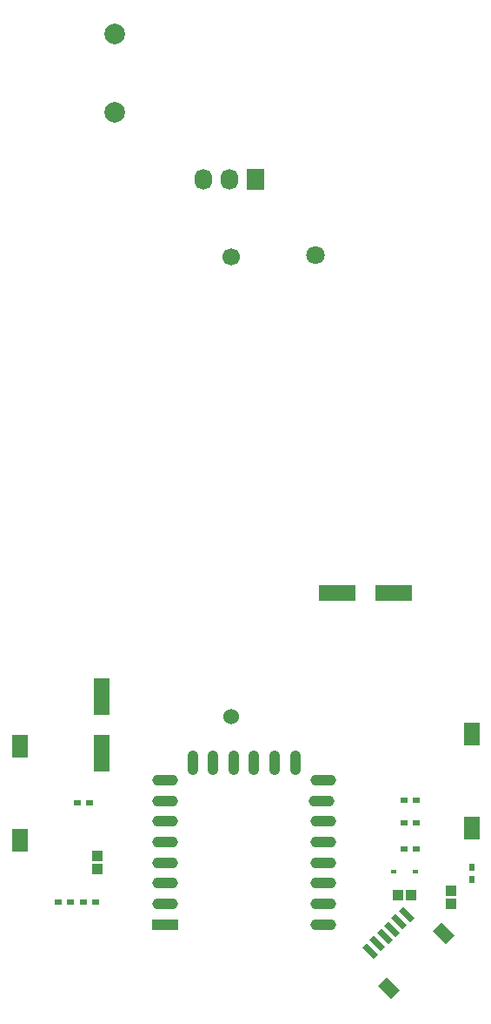
<source format=gbr>
G04 #@! TF.FileFunction,Soldermask,Bot*
%FSLAX46Y46*%
G04 Gerber Fmt 4.6, Leading zero omitted, Abs format (unit mm)*
G04 Created by KiCad (PCBNEW 4.0.4-stable) date 12/07/16 00:33:37*
%MOMM*%
%LPD*%
G01*
G04 APERTURE LIST*
%ADD10C,0.100000*%
%ADD11C,1.700000*%
%ADD12C,1.524000*%
%ADD13C,2.000000*%
%ADD14R,1.600200X3.599180*%
%ADD15R,3.599180X1.600200*%
%ADD16R,0.700000X0.600000*%
%ADD17R,0.590000X0.450000*%
%ADD18R,1.000000X1.000000*%
%ADD19R,1.727200X2.032000*%
%ADD20O,1.727200X2.032000*%
%ADD21R,0.600000X0.700000*%
%ADD22R,1.600000X2.180000*%
%ADD23R,2.500000X1.100000*%
%ADD24O,2.500000X1.100000*%
%ADD25O,1.100000X2.400000*%
%ADD26C,1.800000*%
G04 APERTURE END LIST*
D10*
D11*
X204350000Y-110825000D03*
D12*
X204350000Y-155525000D03*
D13*
X192950000Y-89150000D03*
X192950000Y-96749680D03*
D14*
X191750000Y-159050820D03*
X191750000Y-153549180D03*
D15*
X214699180Y-143475000D03*
X220200820Y-143475000D03*
D16*
X191100000Y-173575000D03*
X189900000Y-173575000D03*
D17*
X222280000Y-170600000D03*
X220170000Y-170600000D03*
D18*
X225775000Y-172425000D03*
X225775000Y-173725000D03*
X220575000Y-172875000D03*
X221875000Y-172875000D03*
D19*
X206730000Y-103225000D03*
D20*
X204190000Y-103225000D03*
X201650000Y-103225000D03*
D10*
G36*
X221061872Y-173952074D02*
X222157888Y-175048090D01*
X221733624Y-175472354D01*
X220637608Y-174376338D01*
X221061872Y-173952074D01*
X221061872Y-173952074D01*
G37*
G36*
X220354765Y-174659180D02*
X221450781Y-175755196D01*
X221026517Y-176179460D01*
X219930501Y-175083444D01*
X220354765Y-174659180D01*
X220354765Y-174659180D01*
G37*
G36*
X219647658Y-175366287D02*
X220743674Y-176462303D01*
X220319410Y-176886567D01*
X219223394Y-175790551D01*
X219647658Y-175366287D01*
X219647658Y-175366287D01*
G37*
G36*
X218940551Y-176073394D02*
X220036567Y-177169410D01*
X219612303Y-177593674D01*
X218516287Y-176497658D01*
X218940551Y-176073394D01*
X218940551Y-176073394D01*
G37*
G36*
X218233444Y-176780501D02*
X219329460Y-177876517D01*
X218905196Y-178300781D01*
X217809180Y-177204765D01*
X218233444Y-176780501D01*
X218233444Y-176780501D01*
G37*
G36*
X217526338Y-177487608D02*
X218622354Y-178583624D01*
X218198090Y-179007888D01*
X217102074Y-177911872D01*
X217526338Y-177487608D01*
X217526338Y-177487608D01*
G37*
G36*
X224844893Y-175472354D02*
X226117685Y-176745146D01*
X225269157Y-177593674D01*
X223996365Y-176320882D01*
X224844893Y-175472354D01*
X224844893Y-175472354D01*
G37*
G36*
X219470882Y-180846365D02*
X220743674Y-182119157D01*
X219895146Y-182967685D01*
X218622354Y-181694893D01*
X219470882Y-180846365D01*
X219470882Y-180846365D01*
G37*
D16*
X189300000Y-163925000D03*
X190500000Y-163925000D03*
X221150000Y-165825000D03*
X222350000Y-165825000D03*
X221150000Y-163650000D03*
X222350000Y-163650000D03*
D21*
X227775000Y-171325000D03*
X227775000Y-170125000D03*
D16*
X187450000Y-173575000D03*
X188650000Y-173575000D03*
X222350000Y-168400000D03*
X221150000Y-168400000D03*
D22*
X227747680Y-157172570D03*
X227752320Y-166377430D03*
X183747680Y-158347570D03*
X183752320Y-167552430D03*
D23*
X197875000Y-175700000D03*
D24*
X197875000Y-173700000D03*
X197875000Y-171700000D03*
X197875000Y-169700000D03*
X197875000Y-167700000D03*
X197875000Y-165700000D03*
X197875000Y-163700000D03*
X197875000Y-161700000D03*
D25*
X200565000Y-159950000D03*
X202565000Y-159950000D03*
X204565000Y-159950000D03*
X206565000Y-159950000D03*
X208565000Y-159950000D03*
X210565000Y-159950000D03*
D24*
X213275000Y-161700000D03*
X213175000Y-163700000D03*
X213275000Y-165700000D03*
X213275000Y-167700000D03*
X213275000Y-169700000D03*
X213275000Y-171700000D03*
X213275000Y-173700000D03*
X213275000Y-175700000D03*
D18*
X191300000Y-170350000D03*
X191300000Y-169050000D03*
D26*
X212575000Y-110625000D03*
M02*

</source>
